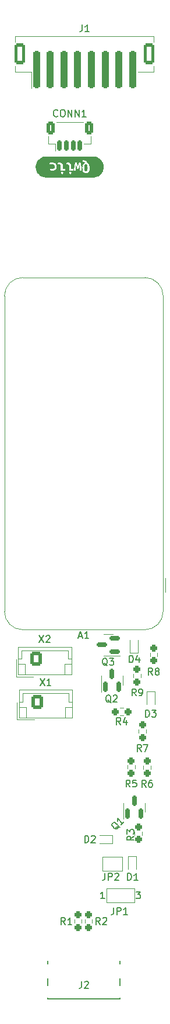
<source format=gbr>
%TF.GenerationSoftware,KiCad,Pcbnew,(6.0.4-0)*%
%TF.CreationDate,2022-12-23T17:01:59+01:00*%
%TF.ProjectId,ControllerBoard,436f6e74-726f-46c6-9c65-72426f617264,rev?*%
%TF.SameCoordinates,Original*%
%TF.FileFunction,Legend,Top*%
%TF.FilePolarity,Positive*%
%FSLAX46Y46*%
G04 Gerber Fmt 4.6, Leading zero omitted, Abs format (unit mm)*
G04 Created by KiCad (PCBNEW (6.0.4-0)) date 2022-12-23 17:01:59*
%MOMM*%
%LPD*%
G01*
G04 APERTURE LIST*
G04 Aperture macros list*
%AMRoundRect*
0 Rectangle with rounded corners*
0 $1 Rounding radius*
0 $2 $3 $4 $5 $6 $7 $8 $9 X,Y pos of 4 corners*
0 Add a 4 corners polygon primitive as box body*
4,1,4,$2,$3,$4,$5,$6,$7,$8,$9,$2,$3,0*
0 Add four circle primitives for the rounded corners*
1,1,$1+$1,$2,$3*
1,1,$1+$1,$4,$5*
1,1,$1+$1,$6,$7*
1,1,$1+$1,$8,$9*
0 Add four rect primitives between the rounded corners*
20,1,$1+$1,$2,$3,$4,$5,0*
20,1,$1+$1,$4,$5,$6,$7,0*
20,1,$1+$1,$6,$7,$8,$9,0*
20,1,$1+$1,$8,$9,$2,$3,0*%
G04 Aperture macros list end*
%ADD10C,0.150000*%
%ADD11C,0.120000*%
%ADD12C,0.200000*%
%ADD13RoundRect,0.250000X-0.600000X-0.750000X0.600000X-0.750000X0.600000X0.750000X-0.600000X0.750000X0*%
%ADD14O,1.700000X2.000000*%
%ADD15RoundRect,0.237500X-0.237500X0.250000X-0.237500X-0.250000X0.237500X-0.250000X0.237500X0.250000X0*%
%ADD16RoundRect,0.237500X0.250000X0.237500X-0.250000X0.237500X-0.250000X-0.237500X0.250000X-0.237500X0*%
%ADD17R,1.000000X1.500000*%
%ADD18R,0.600000X0.700000*%
%ADD19RoundRect,0.237500X0.237500X-0.250000X0.237500X0.250000X-0.237500X0.250000X-0.237500X-0.250000X0*%
%ADD20R,0.700000X0.600000*%
%ADD21RoundRect,0.150000X0.150000X-0.587500X0.150000X0.587500X-0.150000X0.587500X-0.150000X-0.587500X0*%
%ADD22RoundRect,0.150000X-0.150000X-0.625000X0.150000X-0.625000X0.150000X0.625000X-0.150000X0.625000X0*%
%ADD23RoundRect,0.250000X-0.350000X-0.650000X0.350000X-0.650000X0.350000X0.650000X-0.350000X0.650000X0*%
%ADD24R,1.600000X1.600000*%
%ADD25C,1.600000*%
%ADD26R,0.700000X1.050000*%
%ADD27R,0.760000X1.050000*%
%ADD28R,0.800000X1.050000*%
%ADD29O,0.900000X1.500000*%
%ADD30RoundRect,0.250000X-0.250000X-2.500000X0.250000X-2.500000X0.250000X2.500000X-0.250000X2.500000X0*%
%ADD31RoundRect,0.250000X-0.550000X-1.250000X0.550000X-1.250000X0.550000X1.250000X-0.550000X1.250000X0*%
%ADD32RoundRect,0.150000X0.587500X0.150000X-0.587500X0.150000X-0.587500X-0.150000X0.587500X-0.150000X0*%
%ADD33C,2.640000*%
%ADD34R,2.000000X2.000000*%
%ADD35C,2.000000*%
G04 APERTURE END LIST*
D10*
%TO.C,X1*%
X104270476Y-128602380D02*
X104937142Y-129602380D01*
X104937142Y-128602380D02*
X104270476Y-129602380D01*
X105841904Y-129602380D02*
X105270476Y-129602380D01*
X105556190Y-129602380D02*
X105556190Y-128602380D01*
X105460952Y-128745238D01*
X105365714Y-128840476D01*
X105270476Y-128888095D01*
%TO.C,R8*%
X120633333Y-128092380D02*
X120300000Y-127616190D01*
X120061904Y-128092380D02*
X120061904Y-127092380D01*
X120442857Y-127092380D01*
X120538095Y-127140000D01*
X120585714Y-127187619D01*
X120633333Y-127282857D01*
X120633333Y-127425714D01*
X120585714Y-127520952D01*
X120538095Y-127568571D01*
X120442857Y-127616190D01*
X120061904Y-127616190D01*
X121204761Y-127520952D02*
X121109523Y-127473333D01*
X121061904Y-127425714D01*
X121014285Y-127330476D01*
X121014285Y-127282857D01*
X121061904Y-127187619D01*
X121109523Y-127140000D01*
X121204761Y-127092380D01*
X121395238Y-127092380D01*
X121490476Y-127140000D01*
X121538095Y-127187619D01*
X121585714Y-127282857D01*
X121585714Y-127330476D01*
X121538095Y-127425714D01*
X121490476Y-127473333D01*
X121395238Y-127520952D01*
X121204761Y-127520952D01*
X121109523Y-127568571D01*
X121061904Y-127616190D01*
X121014285Y-127711428D01*
X121014285Y-127901904D01*
X121061904Y-127997142D01*
X121109523Y-128044761D01*
X121204761Y-128092380D01*
X121395238Y-128092380D01*
X121490476Y-128044761D01*
X121538095Y-127997142D01*
X121585714Y-127901904D01*
X121585714Y-127711428D01*
X121538095Y-127616190D01*
X121490476Y-127568571D01*
X121395238Y-127520952D01*
%TO.C,R4*%
X115993333Y-135262380D02*
X115660000Y-134786190D01*
X115421904Y-135262380D02*
X115421904Y-134262380D01*
X115802857Y-134262380D01*
X115898095Y-134310000D01*
X115945714Y-134357619D01*
X115993333Y-134452857D01*
X115993333Y-134595714D01*
X115945714Y-134690952D01*
X115898095Y-134738571D01*
X115802857Y-134786190D01*
X115421904Y-134786190D01*
X116850476Y-134595714D02*
X116850476Y-135262380D01*
X116612380Y-134214761D02*
X116374285Y-134929047D01*
X116993333Y-134929047D01*
%TO.C,JP2*%
X113720666Y-156805380D02*
X113720666Y-157519666D01*
X113673047Y-157662523D01*
X113577809Y-157757761D01*
X113434952Y-157805380D01*
X113339714Y-157805380D01*
X114196857Y-157805380D02*
X114196857Y-156805380D01*
X114577809Y-156805380D01*
X114673047Y-156853000D01*
X114720666Y-156900619D01*
X114768285Y-156995857D01*
X114768285Y-157138714D01*
X114720666Y-157233952D01*
X114673047Y-157281571D01*
X114577809Y-157329190D01*
X114196857Y-157329190D01*
X115149238Y-156900619D02*
X115196857Y-156853000D01*
X115292095Y-156805380D01*
X115530190Y-156805380D01*
X115625428Y-156853000D01*
X115673047Y-156900619D01*
X115720666Y-156995857D01*
X115720666Y-157091095D01*
X115673047Y-157233952D01*
X115101619Y-157805380D01*
X115720666Y-157805380D01*
%TO.C,D2*%
X110767904Y-152344380D02*
X110767904Y-151344380D01*
X111006000Y-151344380D01*
X111148857Y-151392000D01*
X111244095Y-151487238D01*
X111291714Y-151582476D01*
X111339333Y-151772952D01*
X111339333Y-151915809D01*
X111291714Y-152106285D01*
X111244095Y-152201523D01*
X111148857Y-152296761D01*
X111006000Y-152344380D01*
X110767904Y-152344380D01*
X111720285Y-151439619D02*
X111767904Y-151392000D01*
X111863142Y-151344380D01*
X112101238Y-151344380D01*
X112196476Y-151392000D01*
X112244095Y-151439619D01*
X112291714Y-151534857D01*
X112291714Y-151630095D01*
X112244095Y-151772952D01*
X111672666Y-152344380D01*
X112291714Y-152344380D01*
%TO.C,R3*%
X117927380Y-151423666D02*
X117451190Y-151757000D01*
X117927380Y-151995095D02*
X116927380Y-151995095D01*
X116927380Y-151614142D01*
X116975000Y-151518904D01*
X117022619Y-151471285D01*
X117117857Y-151423666D01*
X117260714Y-151423666D01*
X117355952Y-151471285D01*
X117403571Y-151518904D01*
X117451190Y-151614142D01*
X117451190Y-151995095D01*
X116927380Y-151090333D02*
X116927380Y-150471285D01*
X117308333Y-150804619D01*
X117308333Y-150661761D01*
X117355952Y-150566523D01*
X117403571Y-150518904D01*
X117498809Y-150471285D01*
X117736904Y-150471285D01*
X117832142Y-150518904D01*
X117879761Y-150566523D01*
X117927380Y-150661761D01*
X117927380Y-150947476D01*
X117879761Y-151042714D01*
X117832142Y-151090333D01*
%TO.C,D1*%
X116990904Y-157805380D02*
X116990904Y-156805380D01*
X117229000Y-156805380D01*
X117371857Y-156853000D01*
X117467095Y-156948238D01*
X117514714Y-157043476D01*
X117562333Y-157233952D01*
X117562333Y-157376809D01*
X117514714Y-157567285D01*
X117467095Y-157662523D01*
X117371857Y-157757761D01*
X117229000Y-157805380D01*
X116990904Y-157805380D01*
X118514714Y-157805380D02*
X117943285Y-157805380D01*
X118229000Y-157805380D02*
X118229000Y-156805380D01*
X118133761Y-156948238D01*
X118038523Y-157043476D01*
X117943285Y-157091095D01*
%TO.C,R7*%
X118983333Y-139142380D02*
X118650000Y-138666190D01*
X118411904Y-139142380D02*
X118411904Y-138142380D01*
X118792857Y-138142380D01*
X118888095Y-138190000D01*
X118935714Y-138237619D01*
X118983333Y-138332857D01*
X118983333Y-138475714D01*
X118935714Y-138570952D01*
X118888095Y-138618571D01*
X118792857Y-138666190D01*
X118411904Y-138666190D01*
X119316666Y-138142380D02*
X119983333Y-138142380D01*
X119554761Y-139142380D01*
%TO.C,Q1*%
X115889881Y-150060568D02*
X115788866Y-150094240D01*
X115654179Y-150094240D01*
X115452148Y-150094240D01*
X115351133Y-150127912D01*
X115283790Y-150195255D01*
X115485820Y-150329942D02*
X115384805Y-150363614D01*
X115250118Y-150363614D01*
X115081759Y-150262599D01*
X114846057Y-150026896D01*
X114745042Y-149858538D01*
X114745042Y-149723851D01*
X114778713Y-149622835D01*
X114913400Y-149488148D01*
X115014416Y-149454477D01*
X115149103Y-149454477D01*
X115317461Y-149555492D01*
X115553164Y-149791194D01*
X115654179Y-149959553D01*
X115654179Y-150094240D01*
X115620507Y-150195255D01*
X115485820Y-150329942D01*
X116462301Y-149353461D02*
X116058240Y-149757522D01*
X116260270Y-149555492D02*
X115553164Y-148848385D01*
X115586835Y-149016744D01*
X115586835Y-149151431D01*
X115553164Y-149252446D01*
%TO.C,R1*%
X107933333Y-164242380D02*
X107600000Y-163766190D01*
X107361904Y-164242380D02*
X107361904Y-163242380D01*
X107742857Y-163242380D01*
X107838095Y-163290000D01*
X107885714Y-163337619D01*
X107933333Y-163432857D01*
X107933333Y-163575714D01*
X107885714Y-163670952D01*
X107838095Y-163718571D01*
X107742857Y-163766190D01*
X107361904Y-163766190D01*
X108885714Y-164242380D02*
X108314285Y-164242380D01*
X108600000Y-164242380D02*
X108600000Y-163242380D01*
X108504761Y-163385238D01*
X108409523Y-163480476D01*
X108314285Y-163528095D01*
%TO.C,CONN1*%
X106846904Y-47095142D02*
X106799285Y-47142761D01*
X106656428Y-47190380D01*
X106561190Y-47190380D01*
X106418333Y-47142761D01*
X106323095Y-47047523D01*
X106275476Y-46952285D01*
X106227857Y-46761809D01*
X106227857Y-46618952D01*
X106275476Y-46428476D01*
X106323095Y-46333238D01*
X106418333Y-46238000D01*
X106561190Y-46190380D01*
X106656428Y-46190380D01*
X106799285Y-46238000D01*
X106846904Y-46285619D01*
X107465952Y-46190380D02*
X107656428Y-46190380D01*
X107751666Y-46238000D01*
X107846904Y-46333238D01*
X107894523Y-46523714D01*
X107894523Y-46857047D01*
X107846904Y-47047523D01*
X107751666Y-47142761D01*
X107656428Y-47190380D01*
X107465952Y-47190380D01*
X107370714Y-47142761D01*
X107275476Y-47047523D01*
X107227857Y-46857047D01*
X107227857Y-46523714D01*
X107275476Y-46333238D01*
X107370714Y-46238000D01*
X107465952Y-46190380D01*
X108323095Y-47190380D02*
X108323095Y-46190380D01*
X108894523Y-47190380D01*
X108894523Y-46190380D01*
X109370714Y-47190380D02*
X109370714Y-46190380D01*
X109942142Y-47190380D01*
X109942142Y-46190380D01*
X110942142Y-47190380D02*
X110370714Y-47190380D01*
X110656428Y-47190380D02*
X110656428Y-46190380D01*
X110561190Y-46333238D01*
X110465952Y-46428476D01*
X110370714Y-46476095D01*
%TO.C,A1*%
X109929714Y-122478666D02*
X110405904Y-122478666D01*
X109834476Y-122764380D02*
X110167809Y-121764380D01*
X110501142Y-122764380D01*
X111358285Y-122764380D02*
X110786857Y-122764380D01*
X111072571Y-122764380D02*
X111072571Y-121764380D01*
X110977333Y-121907238D01*
X110882095Y-122002476D01*
X110786857Y-122050095D01*
%TO.C,R2*%
X113013333Y-164202380D02*
X112680000Y-163726190D01*
X112441904Y-164202380D02*
X112441904Y-163202380D01*
X112822857Y-163202380D01*
X112918095Y-163250000D01*
X112965714Y-163297619D01*
X113013333Y-163392857D01*
X113013333Y-163535714D01*
X112965714Y-163630952D01*
X112918095Y-163678571D01*
X112822857Y-163726190D01*
X112441904Y-163726190D01*
X113394285Y-163297619D02*
X113441904Y-163250000D01*
X113537142Y-163202380D01*
X113775238Y-163202380D01*
X113870476Y-163250000D01*
X113918095Y-163297619D01*
X113965714Y-163392857D01*
X113965714Y-163488095D01*
X113918095Y-163630952D01*
X113346666Y-164202380D01*
X113965714Y-164202380D01*
%TO.C,Q2*%
X114594761Y-132097619D02*
X114499523Y-132050000D01*
X114404285Y-131954761D01*
X114261428Y-131811904D01*
X114166190Y-131764285D01*
X114070952Y-131764285D01*
X114118571Y-132002380D02*
X114023333Y-131954761D01*
X113928095Y-131859523D01*
X113880476Y-131669047D01*
X113880476Y-131335714D01*
X113928095Y-131145238D01*
X114023333Y-131050000D01*
X114118571Y-131002380D01*
X114309047Y-131002380D01*
X114404285Y-131050000D01*
X114499523Y-131145238D01*
X114547142Y-131335714D01*
X114547142Y-131669047D01*
X114499523Y-131859523D01*
X114404285Y-131954761D01*
X114309047Y-132002380D01*
X114118571Y-132002380D01*
X114928095Y-131097619D02*
X114975714Y-131050000D01*
X115070952Y-131002380D01*
X115309047Y-131002380D01*
X115404285Y-131050000D01*
X115451904Y-131097619D01*
X115499523Y-131192857D01*
X115499523Y-131288095D01*
X115451904Y-131430952D01*
X114880476Y-132002380D01*
X115499523Y-132002380D01*
%TO.C,R5*%
X117353333Y-144287380D02*
X117020000Y-143811190D01*
X116781904Y-144287380D02*
X116781904Y-143287380D01*
X117162857Y-143287380D01*
X117258095Y-143335000D01*
X117305714Y-143382619D01*
X117353333Y-143477857D01*
X117353333Y-143620714D01*
X117305714Y-143715952D01*
X117258095Y-143763571D01*
X117162857Y-143811190D01*
X116781904Y-143811190D01*
X118258095Y-143287380D02*
X117781904Y-143287380D01*
X117734285Y-143763571D01*
X117781904Y-143715952D01*
X117877142Y-143668333D01*
X118115238Y-143668333D01*
X118210476Y-143715952D01*
X118258095Y-143763571D01*
X118305714Y-143858809D01*
X118305714Y-144096904D01*
X118258095Y-144192142D01*
X118210476Y-144239761D01*
X118115238Y-144287380D01*
X117877142Y-144287380D01*
X117781904Y-144239761D01*
X117734285Y-144192142D01*
%TO.C,R9*%
X118223333Y-131082380D02*
X117890000Y-130606190D01*
X117651904Y-131082380D02*
X117651904Y-130082380D01*
X118032857Y-130082380D01*
X118128095Y-130130000D01*
X118175714Y-130177619D01*
X118223333Y-130272857D01*
X118223333Y-130415714D01*
X118175714Y-130510952D01*
X118128095Y-130558571D01*
X118032857Y-130606190D01*
X117651904Y-130606190D01*
X118699523Y-131082380D02*
X118890000Y-131082380D01*
X118985238Y-131034761D01*
X119032857Y-130987142D01*
X119128095Y-130844285D01*
X119175714Y-130653809D01*
X119175714Y-130272857D01*
X119128095Y-130177619D01*
X119080476Y-130130000D01*
X118985238Y-130082380D01*
X118794761Y-130082380D01*
X118699523Y-130130000D01*
X118651904Y-130177619D01*
X118604285Y-130272857D01*
X118604285Y-130510952D01*
X118651904Y-130606190D01*
X118699523Y-130653809D01*
X118794761Y-130701428D01*
X118985238Y-130701428D01*
X119080476Y-130653809D01*
X119128095Y-130606190D01*
X119175714Y-130510952D01*
%TO.C,D3*%
X119611904Y-134142380D02*
X119611904Y-133142380D01*
X119850000Y-133142380D01*
X119992857Y-133190000D01*
X120088095Y-133285238D01*
X120135714Y-133380476D01*
X120183333Y-133570952D01*
X120183333Y-133713809D01*
X120135714Y-133904285D01*
X120088095Y-133999523D01*
X119992857Y-134094761D01*
X119850000Y-134142380D01*
X119611904Y-134142380D01*
X120516666Y-133142380D02*
X121135714Y-133142380D01*
X120802380Y-133523333D01*
X120945238Y-133523333D01*
X121040476Y-133570952D01*
X121088095Y-133618571D01*
X121135714Y-133713809D01*
X121135714Y-133951904D01*
X121088095Y-134047142D01*
X121040476Y-134094761D01*
X120945238Y-134142380D01*
X120659523Y-134142380D01*
X120564285Y-134094761D01*
X120516666Y-134047142D01*
%TO.C,R6*%
X119663333Y-144314880D02*
X119330000Y-143838690D01*
X119091904Y-144314880D02*
X119091904Y-143314880D01*
X119472857Y-143314880D01*
X119568095Y-143362500D01*
X119615714Y-143410119D01*
X119663333Y-143505357D01*
X119663333Y-143648214D01*
X119615714Y-143743452D01*
X119568095Y-143791071D01*
X119472857Y-143838690D01*
X119091904Y-143838690D01*
X120520476Y-143314880D02*
X120330000Y-143314880D01*
X120234761Y-143362500D01*
X120187142Y-143410119D01*
X120091904Y-143552976D01*
X120044285Y-143743452D01*
X120044285Y-144124404D01*
X120091904Y-144219642D01*
X120139523Y-144267261D01*
X120234761Y-144314880D01*
X120425238Y-144314880D01*
X120520476Y-144267261D01*
X120568095Y-144219642D01*
X120615714Y-144124404D01*
X120615714Y-143886309D01*
X120568095Y-143791071D01*
X120520476Y-143743452D01*
X120425238Y-143695833D01*
X120234761Y-143695833D01*
X120139523Y-143743452D01*
X120091904Y-143791071D01*
X120044285Y-143886309D01*
%TO.C,X2*%
X104160476Y-122362380D02*
X104827142Y-123362380D01*
X104827142Y-122362380D02*
X104160476Y-123362380D01*
X105160476Y-122457619D02*
X105208095Y-122410000D01*
X105303333Y-122362380D01*
X105541428Y-122362380D01*
X105636666Y-122410000D01*
X105684285Y-122457619D01*
X105731904Y-122552857D01*
X105731904Y-122648095D01*
X105684285Y-122790952D01*
X105112857Y-123362380D01*
X105731904Y-123362380D01*
%TO.C,J2*%
X110316666Y-172452380D02*
X110316666Y-173166666D01*
X110269047Y-173309523D01*
X110173809Y-173404761D01*
X110030952Y-173452380D01*
X109935714Y-173452380D01*
X110745238Y-172547619D02*
X110792857Y-172500000D01*
X110888095Y-172452380D01*
X111126190Y-172452380D01*
X111221428Y-172500000D01*
X111269047Y-172547619D01*
X111316666Y-172642857D01*
X111316666Y-172738095D01*
X111269047Y-172880952D01*
X110697619Y-173452380D01*
X111316666Y-173452380D01*
%TO.C,D4*%
X117251904Y-126252380D02*
X117251904Y-125252380D01*
X117490000Y-125252380D01*
X117632857Y-125300000D01*
X117728095Y-125395238D01*
X117775714Y-125490476D01*
X117823333Y-125680952D01*
X117823333Y-125823809D01*
X117775714Y-126014285D01*
X117728095Y-126109523D01*
X117632857Y-126204761D01*
X117490000Y-126252380D01*
X117251904Y-126252380D01*
X118680476Y-125585714D02*
X118680476Y-126252380D01*
X118442380Y-125204761D02*
X118204285Y-125919047D01*
X118823333Y-125919047D01*
%TO.C,JP1*%
X114986666Y-161762380D02*
X114986666Y-162476666D01*
X114939047Y-162619523D01*
X114843809Y-162714761D01*
X114700952Y-162762380D01*
X114605714Y-162762380D01*
X115462857Y-162762380D02*
X115462857Y-161762380D01*
X115843809Y-161762380D01*
X115939047Y-161810000D01*
X115986666Y-161857619D01*
X116034285Y-161952857D01*
X116034285Y-162095714D01*
X115986666Y-162190952D01*
X115939047Y-162238571D01*
X115843809Y-162286190D01*
X115462857Y-162286190D01*
X116986666Y-162762380D02*
X116415238Y-162762380D01*
X116700952Y-162762380D02*
X116700952Y-161762380D01*
X116605714Y-161905238D01*
X116510476Y-162000476D01*
X116415238Y-162048095D01*
X113665714Y-160462380D02*
X113094285Y-160462380D01*
X113380000Y-160462380D02*
X113380000Y-159462380D01*
X113284761Y-159605238D01*
X113189523Y-159700476D01*
X113094285Y-159748095D01*
X118246666Y-159462380D02*
X118865714Y-159462380D01*
X118532380Y-159843333D01*
X118675238Y-159843333D01*
X118770476Y-159890952D01*
X118818095Y-159938571D01*
X118865714Y-160033809D01*
X118865714Y-160271904D01*
X118818095Y-160367142D01*
X118770476Y-160414761D01*
X118675238Y-160462380D01*
X118389523Y-160462380D01*
X118294285Y-160414761D01*
X118246666Y-160367142D01*
%TO.C,J1*%
X110410666Y-33872380D02*
X110410666Y-34586666D01*
X110363047Y-34729523D01*
X110267809Y-34824761D01*
X110124952Y-34872380D01*
X110029714Y-34872380D01*
X111410666Y-34872380D02*
X110839238Y-34872380D01*
X111124952Y-34872380D02*
X111124952Y-33872380D01*
X111029714Y-34015238D01*
X110934476Y-34110476D01*
X110839238Y-34158095D01*
%TO.C,Q3*%
X114064761Y-126737619D02*
X113969523Y-126690000D01*
X113874285Y-126594761D01*
X113731428Y-126451904D01*
X113636190Y-126404285D01*
X113540952Y-126404285D01*
X113588571Y-126642380D02*
X113493333Y-126594761D01*
X113398095Y-126499523D01*
X113350476Y-126309047D01*
X113350476Y-125975714D01*
X113398095Y-125785238D01*
X113493333Y-125690000D01*
X113588571Y-125642380D01*
X113779047Y-125642380D01*
X113874285Y-125690000D01*
X113969523Y-125785238D01*
X114017142Y-125975714D01*
X114017142Y-126309047D01*
X113969523Y-126499523D01*
X113874285Y-126594761D01*
X113779047Y-126642380D01*
X113588571Y-126642380D01*
X114350476Y-125642380D02*
X114969523Y-125642380D01*
X114636190Y-126023333D01*
X114779047Y-126023333D01*
X114874285Y-126070952D01*
X114921904Y-126118571D01*
X114969523Y-126213809D01*
X114969523Y-126451904D01*
X114921904Y-126547142D01*
X114874285Y-126594761D01*
X114779047Y-126642380D01*
X114493333Y-126642380D01*
X114398095Y-126594761D01*
X114350476Y-126547142D01*
D11*
%TO.C,X1*%
X100920000Y-132060000D02*
X100920000Y-134560000D01*
X101720000Y-130740000D02*
X108440000Y-130740000D01*
X101220000Y-130240000D02*
X101220000Y-134260000D01*
X101220000Y-132760000D02*
X102220000Y-132760000D01*
X102220000Y-132760000D02*
X102220000Y-134260000D01*
X108440000Y-130740000D02*
X108440000Y-131950000D01*
X101220000Y-134260000D02*
X108940000Y-134260000D01*
X108940000Y-130240000D02*
X101220000Y-130240000D01*
X108440000Y-131950000D02*
X108940000Y-131950000D01*
X107940000Y-132760000D02*
X107940000Y-134260000D01*
X100920000Y-134560000D02*
X103420000Y-134560000D01*
X108940000Y-132760000D02*
X107940000Y-132760000D01*
X101720000Y-131950000D02*
X101720000Y-130740000D01*
X108940000Y-134260000D02*
X108940000Y-130240000D01*
X101220000Y-131950000D02*
X101720000Y-131950000D01*
%TO.C,R8*%
X120257500Y-124835276D02*
X120257500Y-125344724D01*
X121302500Y-124835276D02*
X121302500Y-125344724D01*
%TO.C,R4*%
X116414724Y-132857500D02*
X115905276Y-132857500D01*
X116414724Y-133902500D02*
X115905276Y-133902500D01*
%TO.C,JP2*%
X113390000Y-154420000D02*
X116190000Y-154420000D01*
X113390000Y-156420000D02*
X113390000Y-154420000D01*
X116190000Y-156420000D02*
X113390000Y-156420000D01*
X116190000Y-154420000D02*
X116190000Y-156420000D01*
%TO.C,D2*%
X114780000Y-152510000D02*
X114780000Y-151310000D01*
X112930000Y-151310000D02*
X114780000Y-151310000D01*
X112930000Y-152510000D02*
X114780000Y-152510000D01*
%TO.C,R3*%
X118037500Y-151247224D02*
X118037500Y-150737776D01*
X119082500Y-151247224D02*
X119082500Y-150737776D01*
%TO.C,D1*%
X118260000Y-156210000D02*
X118260000Y-154360000D01*
X118260000Y-154360000D02*
X117060000Y-154360000D01*
X117060000Y-156210000D02*
X117060000Y-154360000D01*
%TO.C,R7*%
X118627500Y-135947776D02*
X118627500Y-136457224D01*
X119672500Y-135947776D02*
X119672500Y-136457224D01*
%TO.C,Q1*%
X116420000Y-147252500D02*
X116420000Y-148927500D01*
X119540000Y-147252500D02*
X119540000Y-147902500D01*
X116420000Y-147252500D02*
X116420000Y-146602500D01*
X119540000Y-147252500D02*
X119540000Y-146602500D01*
%TO.C,R1*%
X110312500Y-164004724D02*
X110312500Y-163495276D01*
X109267500Y-164004724D02*
X109267500Y-163495276D01*
%TO.C,CONN1*%
X106645000Y-48028000D02*
X110525000Y-48028000D01*
X106525000Y-51148000D02*
X106525000Y-52138000D01*
X111695000Y-51148000D02*
X110645000Y-51148000D01*
X105475000Y-51148000D02*
X106525000Y-51148000D01*
X111695000Y-49998000D02*
X111695000Y-51148000D01*
X105475000Y-49998000D02*
X105475000Y-51148000D01*
%TO.C,A1*%
X122496500Y-114062000D02*
X122496500Y-116062000D01*
X101746500Y-70502000D02*
X119526500Y-70502000D01*
X122176500Y-118872000D02*
X122176500Y-73152000D01*
X101746500Y-121522000D02*
X119526500Y-121522000D01*
X99096500Y-118872000D02*
X99096500Y-73152000D01*
X122176500Y-73152000D02*
G75*
G03*
X119526500Y-70502000I-2650000J0D01*
G01*
X99096500Y-118872000D02*
G75*
G03*
X101746500Y-121522000I2650000J0D01*
G01*
X119526500Y-121522000D02*
G75*
G03*
X122176500Y-118872000I0J2650000D01*
G01*
X101746500Y-70502000D02*
G75*
G03*
X99096500Y-73152000I0J-2650000D01*
G01*
%TO.C,kibuzzard-63988507*%
G36*
X105018525Y-56005059D02*
G01*
X104870059Y-55983036D01*
X104724467Y-55946567D01*
X104583150Y-55896003D01*
X104447470Y-55831831D01*
X104318733Y-55754669D01*
X104198179Y-55665261D01*
X104086969Y-55564466D01*
X103986175Y-55453256D01*
X103896766Y-55332702D01*
X103884163Y-55311675D01*
X107305078Y-55311675D01*
X107359847Y-55449788D01*
X107490815Y-55499794D01*
X107620594Y-55449788D01*
X107674172Y-55311675D01*
X108495703Y-55311675D01*
X108550472Y-55449788D01*
X108681440Y-55499794D01*
X108811219Y-55449788D01*
X108864797Y-55311675D01*
X108811219Y-55175944D01*
X108681440Y-55125938D01*
X108550472Y-55175944D01*
X108495703Y-55311675D01*
X107674172Y-55311675D01*
X107620594Y-55175944D01*
X107490815Y-55125938D01*
X107359847Y-55175944D01*
X107305078Y-55311675D01*
X103884163Y-55311675D01*
X103819604Y-55203965D01*
X103755432Y-55068285D01*
X103704868Y-54926968D01*
X103668399Y-54781376D01*
X103646376Y-54632910D01*
X103639012Y-54483000D01*
X103646376Y-54333090D01*
X103668399Y-54184624D01*
X103704868Y-54039032D01*
X103754760Y-53899594D01*
X105681065Y-53899594D01*
X105723928Y-54140100D01*
X105860850Y-54109144D01*
X106004915Y-54099619D01*
X106183807Y-54121645D01*
X106301381Y-54187725D01*
X106366568Y-54292500D01*
X106388297Y-54430612D01*
X106369247Y-54563963D01*
X106307334Y-54669928D01*
X106194225Y-54738984D01*
X106019203Y-54763988D01*
X105870375Y-54750891D01*
X105764409Y-54721125D01*
X105700115Y-54956869D01*
X105864422Y-55004494D01*
X106045397Y-55018781D01*
X106200476Y-55007173D01*
X106332337Y-54972347D01*
X106442172Y-54917578D01*
X106531172Y-54846141D01*
X106599633Y-54759523D01*
X106647853Y-54659213D01*
X106676428Y-54548484D01*
X106685953Y-54430612D01*
X106676726Y-54310955D01*
X106649044Y-54199631D01*
X106601716Y-54099619D01*
X106533553Y-54013894D01*
X106443958Y-53943647D01*
X106391868Y-53918644D01*
X106869309Y-53918644D01*
X106907409Y-54154387D01*
X107035997Y-54110334D01*
X107133628Y-54099619D01*
X107256262Y-54148434D01*
X107293172Y-54297262D01*
X107293172Y-54990206D01*
X107895628Y-54990206D01*
X107895628Y-54747319D01*
X107586065Y-54747319D01*
X107586065Y-54335362D01*
X107581303Y-54225230D01*
X107567015Y-54128194D01*
X107501531Y-53974603D01*
X107429683Y-53918644D01*
X108059934Y-53918644D01*
X108098034Y-54154387D01*
X108226622Y-54110334D01*
X108324253Y-54099619D01*
X108446887Y-54148434D01*
X108483797Y-54297262D01*
X108483797Y-54990206D01*
X109086253Y-54990206D01*
X109198172Y-54990206D01*
X109448203Y-54990206D01*
X109452668Y-54885134D01*
X109456537Y-54784228D01*
X109466062Y-54586584D01*
X109472908Y-54487465D01*
X109481540Y-54387750D01*
X109492256Y-54285356D01*
X109505353Y-54178200D01*
X109554169Y-54346078D01*
X109592269Y-54493716D01*
X109625606Y-54629447D01*
X109655372Y-54763988D01*
X109867303Y-54763988D01*
X109899450Y-54629447D01*
X109932787Y-54493716D01*
X109973269Y-54346078D01*
X110026847Y-54178200D01*
X110043912Y-54316577D01*
X110057009Y-54452308D01*
X110066137Y-54585394D01*
X110073149Y-54718215D01*
X110079896Y-54853152D01*
X110086378Y-54990206D01*
X110336409Y-54990206D01*
X110321526Y-54830067D01*
X110305453Y-54673500D01*
X110297065Y-54602063D01*
X110426897Y-54602063D01*
X110435380Y-54780879D01*
X110460829Y-54936330D01*
X110503246Y-55068415D01*
X110562628Y-55177134D01*
X110666874Y-55284952D01*
X110798636Y-55349643D01*
X110957915Y-55371206D01*
X111112432Y-55349643D01*
X111242607Y-55284952D01*
X111348440Y-55177134D01*
X111409906Y-55068415D01*
X111453811Y-54936330D01*
X111480153Y-54780879D01*
X111488934Y-54602063D01*
X111477425Y-54399789D01*
X111442897Y-54227942D01*
X111385350Y-54086522D01*
X111306372Y-53976058D01*
X111207550Y-53897080D01*
X111088884Y-53849587D01*
X111033818Y-53702248D01*
X110921006Y-53593603D01*
X110811336Y-53539760D01*
X110671239Y-53497295D01*
X110500715Y-53466206D01*
X110438803Y-53675756D01*
X110596263Y-53708796D01*
X110716219Y-53746003D01*
X110843615Y-53844825D01*
X110719261Y-53888614D01*
X110616074Y-53966004D01*
X110534053Y-54076997D01*
X110474522Y-54220533D01*
X110438803Y-54395555D01*
X110426897Y-54602063D01*
X110297065Y-54602063D01*
X110287594Y-54521398D01*
X110267353Y-54374653D01*
X110245029Y-54234755D01*
X110220919Y-54103191D01*
X110195022Y-53981449D01*
X110167340Y-53871019D01*
X109945884Y-53871019D01*
X109893497Y-54009131D01*
X109851825Y-54130575D01*
X109812534Y-54250828D01*
X109769672Y-54387750D01*
X109728000Y-54248447D01*
X109687519Y-54127003D01*
X109644656Y-54006750D01*
X109595840Y-53871019D01*
X109374384Y-53871019D01*
X109337475Y-54023419D01*
X109302947Y-54191694D01*
X109270800Y-54375844D01*
X109248848Y-54522291D01*
X109229426Y-54673500D01*
X109212534Y-54829472D01*
X109198172Y-54990206D01*
X109086253Y-54990206D01*
X109086253Y-54747319D01*
X108776690Y-54747319D01*
X108776690Y-54335362D01*
X108771928Y-54225230D01*
X108757640Y-54128194D01*
X108692156Y-53974603D01*
X108568331Y-53878162D01*
X108481713Y-53853159D01*
X108376640Y-53844825D01*
X108230194Y-53860303D01*
X108059934Y-53918644D01*
X107429683Y-53918644D01*
X107377706Y-53878162D01*
X107291088Y-53853159D01*
X107186015Y-53844825D01*
X107039569Y-53860303D01*
X106869309Y-53918644D01*
X106391868Y-53918644D01*
X106332337Y-53890069D01*
X106197499Y-53856136D01*
X106038253Y-53844825D01*
X105926929Y-53848695D01*
X105831084Y-53860303D01*
X105681065Y-53899594D01*
X103754760Y-53899594D01*
X103755432Y-53897715D01*
X103819604Y-53762035D01*
X103896766Y-53633298D01*
X103986175Y-53512744D01*
X104086969Y-53401534D01*
X104198179Y-53300739D01*
X104318733Y-53211331D01*
X104447470Y-53134169D01*
X104583150Y-53069997D01*
X104724467Y-53019433D01*
X104870059Y-52982964D01*
X105018525Y-52960941D01*
X105168435Y-52953576D01*
X112001564Y-52953576D01*
X112151474Y-52960941D01*
X112299940Y-52982963D01*
X112445533Y-53019433D01*
X112586850Y-53069997D01*
X112722530Y-53134168D01*
X112851267Y-53211330D01*
X112971821Y-53300739D01*
X113083030Y-53401534D01*
X113183825Y-53512744D01*
X113273234Y-53633298D01*
X113350396Y-53762035D01*
X113414568Y-53897715D01*
X113465132Y-54039032D01*
X113501601Y-54184624D01*
X113523624Y-54333090D01*
X113530988Y-54483000D01*
X113523624Y-54632910D01*
X113501601Y-54781376D01*
X113465132Y-54926968D01*
X113414568Y-55068285D01*
X113350396Y-55203965D01*
X113273234Y-55332702D01*
X113183825Y-55453256D01*
X113083030Y-55564466D01*
X112971821Y-55665261D01*
X112851267Y-55754670D01*
X112722530Y-55831832D01*
X112586850Y-55896003D01*
X112445533Y-55946567D01*
X112299940Y-55983037D01*
X112151474Y-56005059D01*
X112001564Y-56012424D01*
X105168435Y-56012424D01*
X105018525Y-56005059D01*
G37*
G36*
X111079359Y-54128194D02*
G01*
X111149606Y-54238922D01*
X111182944Y-54402037D01*
X111189194Y-54498478D01*
X111191278Y-54602063D01*
X111189194Y-54705647D01*
X111182944Y-54802088D01*
X111149606Y-54965203D01*
X111079359Y-55075931D01*
X110957915Y-55116413D01*
X110836472Y-55075931D01*
X110766225Y-54966394D01*
X110732887Y-54803278D01*
X110726637Y-54705945D01*
X110724553Y-54602063D01*
X110726637Y-54498478D01*
X110732887Y-54402037D01*
X110766225Y-54238922D01*
X110837662Y-54128194D01*
X110957915Y-54087712D01*
X111079359Y-54128194D01*
G37*
%TO.C,R2*%
X110807500Y-163485276D02*
X110807500Y-163994724D01*
X111852500Y-163485276D02*
X111852500Y-163994724D01*
%TO.C,Q2*%
X113180000Y-128860000D02*
X113180000Y-128210000D01*
X113180000Y-128860000D02*
X113180000Y-130535000D01*
X116300000Y-128860000D02*
X116300000Y-129510000D01*
X116300000Y-128860000D02*
X116300000Y-128210000D01*
%TO.C,R5*%
X118052500Y-141667224D02*
X118052500Y-141157776D01*
X117007500Y-141667224D02*
X117007500Y-141157776D01*
%TO.C,R9*%
X118902500Y-127915276D02*
X118902500Y-128424724D01*
X117857500Y-127915276D02*
X117857500Y-128424724D01*
%TO.C,D3*%
X119760000Y-132310000D02*
X119760000Y-130460000D01*
X120960000Y-132310000D02*
X120960000Y-130460000D01*
X120960000Y-130460000D02*
X119760000Y-130460000D01*
%TO.C,R6*%
X120362500Y-141177776D02*
X120362500Y-141687224D01*
X119317500Y-141177776D02*
X119317500Y-141687224D01*
%TO.C,X2*%
X108830000Y-124000000D02*
X101110000Y-124000000D01*
X100810000Y-128320000D02*
X103310000Y-128320000D01*
X101610000Y-125710000D02*
X101610000Y-124500000D01*
X100810000Y-125820000D02*
X100810000Y-128320000D01*
X101110000Y-126520000D02*
X102110000Y-126520000D01*
X108830000Y-128020000D02*
X108830000Y-124000000D01*
X102110000Y-126520000D02*
X102110000Y-128020000D01*
X101110000Y-128020000D02*
X108830000Y-128020000D01*
X101110000Y-125710000D02*
X101610000Y-125710000D01*
X101110000Y-124000000D02*
X101110000Y-128020000D01*
X108830000Y-126520000D02*
X107830000Y-126520000D01*
X107830000Y-126520000D02*
X107830000Y-128020000D01*
X108330000Y-125710000D02*
X108830000Y-125710000D01*
X108330000Y-124500000D02*
X108330000Y-125710000D01*
X101610000Y-124500000D02*
X108330000Y-124500000D01*
D12*
%TO.C,J2*%
X105380000Y-174850000D02*
X105380000Y-175000000D01*
X115920000Y-172000000D02*
X115920000Y-173050000D01*
X105380000Y-175000000D02*
X115920000Y-175000000D01*
X105380000Y-169450000D02*
X105380000Y-169900000D01*
X105380000Y-172000000D02*
X105380000Y-173050000D01*
X115920000Y-175000000D02*
X115920000Y-174850000D01*
X115920000Y-169450000D02*
X115920000Y-169900000D01*
D11*
%TO.C,D4*%
X117300000Y-123010000D02*
X117300000Y-124860000D01*
X118500000Y-123010000D02*
X118500000Y-124860000D01*
X117300000Y-124860000D02*
X118500000Y-124860000D01*
%TO.C,JP1*%
X113930000Y-159010000D02*
X118030000Y-159010000D01*
X113930000Y-161010000D02*
X113930000Y-159010000D01*
X118030000Y-159010000D02*
X118030000Y-161010000D01*
X118030000Y-161010000D02*
X113930000Y-161010000D01*
%TO.C,J1*%
X100659000Y-39880000D02*
X100659000Y-40730000D01*
X100659000Y-40730000D02*
X102984000Y-40730000D01*
X120829000Y-39880000D02*
X120829000Y-40730000D01*
X120829000Y-40730000D02*
X118504000Y-40730000D01*
X102984000Y-40730000D02*
X102984000Y-43120000D01*
X100659000Y-36360000D02*
X100659000Y-35510000D01*
X100659000Y-35510000D02*
X120829000Y-35510000D01*
X120829000Y-35510000D02*
X120829000Y-36360000D01*
%TO.C,Q3*%
X114190000Y-125270000D02*
X115865000Y-125270000D01*
X114190000Y-125270000D02*
X113540000Y-125270000D01*
X114190000Y-122150000D02*
X114840000Y-122150000D01*
X114190000Y-122150000D02*
X113540000Y-122150000D01*
%TD*%
%LPC*%
D13*
%TO.C,X1*%
X103830000Y-131950000D03*
D14*
X106330000Y-131950000D03*
%TD*%
D15*
%TO.C,R8*%
X120780000Y-124177500D03*
X120780000Y-126002500D03*
%TD*%
D16*
%TO.C,R4*%
X117072500Y-133380000D03*
X115247500Y-133380000D03*
%TD*%
D17*
%TO.C,JP2*%
X114140000Y-155420000D03*
X115440000Y-155420000D03*
%TD*%
D18*
%TO.C,D2*%
X114330000Y-151910000D03*
X112930000Y-151910000D03*
%TD*%
D19*
%TO.C,R3*%
X118560000Y-151905000D03*
X118560000Y-150080000D03*
%TD*%
D20*
%TO.C,D1*%
X117660000Y-154810000D03*
X117660000Y-156210000D03*
%TD*%
D15*
%TO.C,R7*%
X119150000Y-135290000D03*
X119150000Y-137115000D03*
%TD*%
D21*
%TO.C,Q1*%
X117030000Y-148190000D03*
X118930000Y-148190000D03*
X117980000Y-146315000D03*
%TD*%
D19*
%TO.C,R1*%
X109790000Y-164662500D03*
X109790000Y-162837500D03*
%TD*%
D22*
%TO.C,CONN1*%
X107085000Y-51363000D03*
X108085000Y-51363000D03*
X109085000Y-51363000D03*
X110085000Y-51363000D03*
D23*
X111385000Y-48838000D03*
X105785000Y-48838000D03*
%TD*%
D24*
%TO.C,A1*%
X120796500Y-115062000D03*
D25*
X120796500Y-112522000D03*
X120796500Y-109982000D03*
X120796500Y-107442000D03*
X120796500Y-104902000D03*
X120796500Y-102362000D03*
X120796500Y-99822000D03*
X120796500Y-97282000D03*
X120796500Y-94742000D03*
X120796500Y-92202000D03*
X120796500Y-89662000D03*
X120796500Y-87122000D03*
X120796500Y-84582000D03*
X120796500Y-82042000D03*
X120796500Y-79502000D03*
X120796500Y-76962000D03*
X100476500Y-76962000D03*
X100476500Y-79502000D03*
X100476500Y-82042000D03*
X100476500Y-84582000D03*
X100476500Y-87122000D03*
X100476500Y-89662000D03*
X100476500Y-92202000D03*
X100476500Y-94742000D03*
X100476500Y-97282000D03*
X100476500Y-99822000D03*
X100476500Y-102362000D03*
X100476500Y-104902000D03*
%TD*%
D15*
%TO.C,R2*%
X111330000Y-162827500D03*
X111330000Y-164652500D03*
%TD*%
D21*
%TO.C,Q2*%
X113790000Y-129797500D03*
X115690000Y-129797500D03*
X114740000Y-127922500D03*
%TD*%
D19*
%TO.C,R5*%
X117530000Y-142325000D03*
X117530000Y-140500000D03*
%TD*%
D15*
%TO.C,R9*%
X118380000Y-127257500D03*
X118380000Y-129082500D03*
%TD*%
D20*
%TO.C,D3*%
X120360000Y-130910000D03*
X120360000Y-132310000D03*
%TD*%
D15*
%TO.C,R6*%
X119840000Y-140520000D03*
X119840000Y-142345000D03*
%TD*%
D13*
%TO.C,X2*%
X103720000Y-125710000D03*
D14*
X106220000Y-125710000D03*
%TD*%
D26*
%TO.C,J2*%
X110150000Y-168175000D03*
D27*
X112170000Y-168175000D03*
D28*
X113400000Y-168175000D03*
D26*
X111150000Y-168175000D03*
D27*
X109130000Y-168175000D03*
D28*
X107900000Y-168175000D03*
D29*
X104850000Y-174000000D03*
X116450000Y-174000000D03*
X104850000Y-171000000D03*
X116450000Y-171000000D03*
%TD*%
D20*
%TO.C,D4*%
X117900000Y-124410000D03*
X117900000Y-123010000D03*
%TD*%
D17*
%TO.C,JP1*%
X114680000Y-160010000D03*
X115980000Y-160010000D03*
X117280000Y-160010000D03*
%TD*%
D30*
%TO.C,J1*%
X103744000Y-40370000D03*
X105744000Y-40370000D03*
X107744000Y-40370000D03*
X109744000Y-40370000D03*
X111744000Y-40370000D03*
X113744000Y-40370000D03*
X115744000Y-40370000D03*
X117744000Y-40370000D03*
D31*
X101344000Y-38120000D03*
X120144000Y-38120000D03*
%TD*%
D32*
%TO.C,Q3*%
X115127500Y-124660000D03*
X115127500Y-122760000D03*
X113252500Y-123710000D03*
%TD*%
D33*
%TO.C,BT1*%
X104622000Y-65869000D03*
X116612000Y-112349000D03*
D34*
X110617000Y-63119000D03*
D35*
X110617000Y-115109000D03*
%TD*%
M02*

</source>
